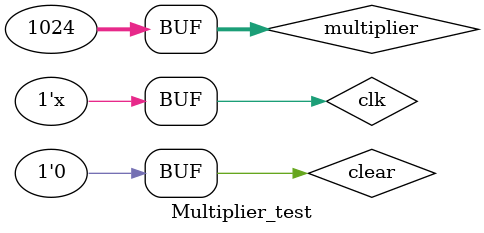
<source format=v>
`timescale 1ns / 1ps


module Multiplier_test;

	// Inputs
	reg [31:0] multiplier;
	reg clk;
	reg clear;

	// Outputs
	wire [31:0] updated_multiplier;

	// Instantiate the Unit Under Test (UUT)
	Multiplier uut (
		.multiplier(multiplier), 
		.clk(clk), 
		.clear(clear), 
		.updated_multiplier(updated_multiplier)
	);

	initial begin
		// Initialize Inputs
		multiplier = 1024;
		clk = 0;
		clear = 1;
		#3;
		clear = 0;
		// Add stimulus here

	end
	
	always begin
		#2;
		clk = !clk;
	end
      
endmodule


</source>
